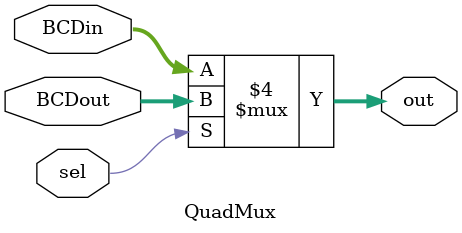
<source format=v>
module QuadMux(input [3:0]BCDout,BCDin,input sel,output reg [3:0]out);

always @(BCDout,BCDin,sel) begin
if(sel == 0) out = BCDin;

else out = BCDout;

end

endmodule 
</source>
